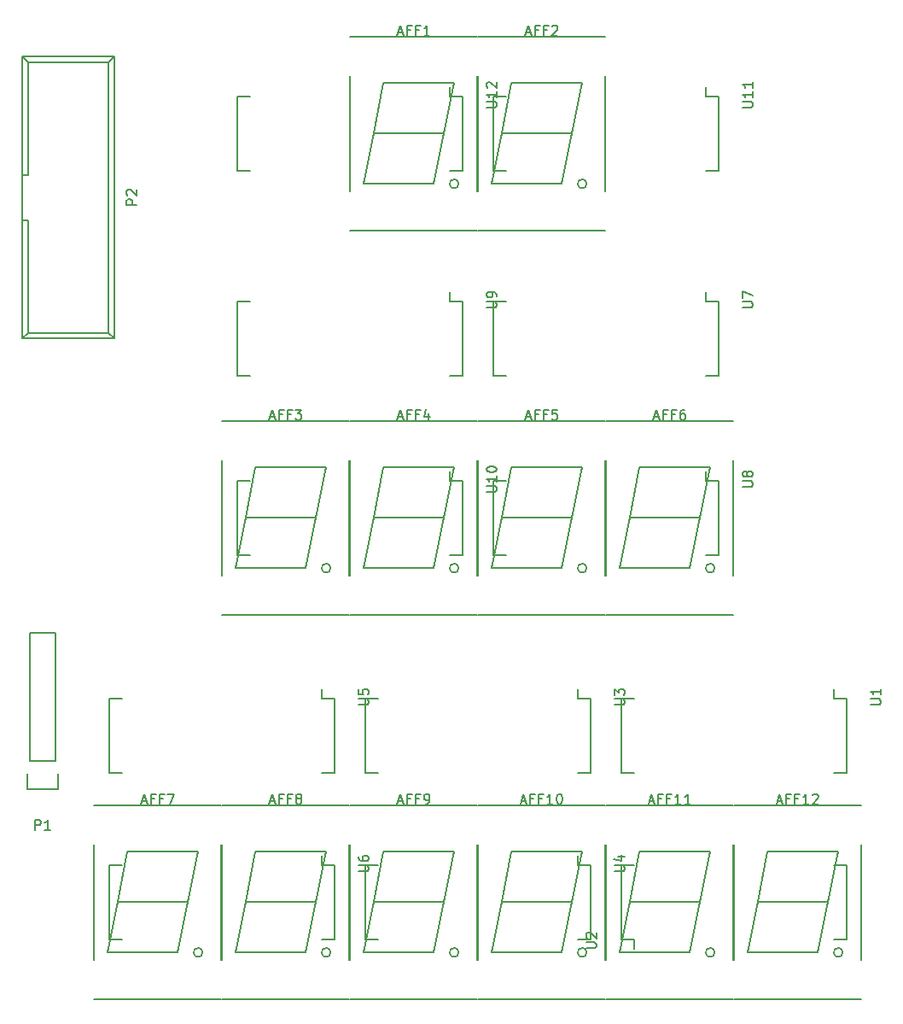
<source format=gbr>
G04 #@! TF.FileFunction,Legend,Top*
%FSLAX46Y46*%
G04 Gerber Fmt 4.6, Leading zero omitted, Abs format (unit mm)*
G04 Created by KiCad (PCBNEW 4.0.4-stable) date Mon May  7 18:28:06 2018*
%MOMM*%
%LPD*%
G01*
G04 APERTURE LIST*
%ADD10C,0.100000*%
%ADD11C,0.150000*%
G04 APERTURE END LIST*
D10*
D11*
X93347214Y-32940000D02*
G75*
G03X93347214Y-32940000I-447214J0D01*
G01*
X85900000Y-22940000D02*
X84900000Y-27940000D01*
X84900000Y-27940000D02*
X83900000Y-32940000D01*
X83900000Y-32940000D02*
X90900000Y-32940000D01*
X90900000Y-32940000D02*
X91900000Y-27940000D01*
X92900000Y-22940000D02*
X91900000Y-27940000D01*
X91900000Y-27940000D02*
X84900000Y-27940000D01*
X85900000Y-22940000D02*
X92900000Y-22940000D01*
X95200000Y-37540000D02*
X82600000Y-37540000D01*
X82600000Y-22240000D02*
X82600000Y-33640000D01*
X95200000Y-22240000D02*
X95200000Y-33640000D01*
X82600000Y-18340000D02*
X95200000Y-18340000D01*
X106047214Y-32940000D02*
G75*
G03X106047214Y-32940000I-447214J0D01*
G01*
X98600000Y-22940000D02*
X97600000Y-27940000D01*
X97600000Y-27940000D02*
X96600000Y-32940000D01*
X96600000Y-32940000D02*
X103600000Y-32940000D01*
X103600000Y-32940000D02*
X104600000Y-27940000D01*
X105600000Y-22940000D02*
X104600000Y-27940000D01*
X104600000Y-27940000D02*
X97600000Y-27940000D01*
X98600000Y-22940000D02*
X105600000Y-22940000D01*
X107900000Y-37540000D02*
X95300000Y-37540000D01*
X95300000Y-22240000D02*
X95300000Y-33640000D01*
X107900000Y-22240000D02*
X107900000Y-33640000D01*
X95300000Y-18340000D02*
X107900000Y-18340000D01*
X80647214Y-71040000D02*
G75*
G03X80647214Y-71040000I-447214J0D01*
G01*
X73200000Y-61040000D02*
X72200000Y-66040000D01*
X72200000Y-66040000D02*
X71200000Y-71040000D01*
X71200000Y-71040000D02*
X78200000Y-71040000D01*
X78200000Y-71040000D02*
X79200000Y-66040000D01*
X80200000Y-61040000D02*
X79200000Y-66040000D01*
X79200000Y-66040000D02*
X72200000Y-66040000D01*
X73200000Y-61040000D02*
X80200000Y-61040000D01*
X82500000Y-75640000D02*
X69900000Y-75640000D01*
X69900000Y-60340000D02*
X69900000Y-71740000D01*
X82500000Y-60340000D02*
X82500000Y-71740000D01*
X69900000Y-56440000D02*
X82500000Y-56440000D01*
X93347214Y-71040000D02*
G75*
G03X93347214Y-71040000I-447214J0D01*
G01*
X85900000Y-61040000D02*
X84900000Y-66040000D01*
X84900000Y-66040000D02*
X83900000Y-71040000D01*
X83900000Y-71040000D02*
X90900000Y-71040000D01*
X90900000Y-71040000D02*
X91900000Y-66040000D01*
X92900000Y-61040000D02*
X91900000Y-66040000D01*
X91900000Y-66040000D02*
X84900000Y-66040000D01*
X85900000Y-61040000D02*
X92900000Y-61040000D01*
X95200000Y-75640000D02*
X82600000Y-75640000D01*
X82600000Y-60340000D02*
X82600000Y-71740000D01*
X95200000Y-60340000D02*
X95200000Y-71740000D01*
X82600000Y-56440000D02*
X95200000Y-56440000D01*
X106047214Y-71040000D02*
G75*
G03X106047214Y-71040000I-447214J0D01*
G01*
X98600000Y-61040000D02*
X97600000Y-66040000D01*
X97600000Y-66040000D02*
X96600000Y-71040000D01*
X96600000Y-71040000D02*
X103600000Y-71040000D01*
X103600000Y-71040000D02*
X104600000Y-66040000D01*
X105600000Y-61040000D02*
X104600000Y-66040000D01*
X104600000Y-66040000D02*
X97600000Y-66040000D01*
X98600000Y-61040000D02*
X105600000Y-61040000D01*
X107900000Y-75640000D02*
X95300000Y-75640000D01*
X95300000Y-60340000D02*
X95300000Y-71740000D01*
X107900000Y-60340000D02*
X107900000Y-71740000D01*
X95300000Y-56440000D02*
X107900000Y-56440000D01*
X118747214Y-71040000D02*
G75*
G03X118747214Y-71040000I-447214J0D01*
G01*
X111300000Y-61040000D02*
X110300000Y-66040000D01*
X110300000Y-66040000D02*
X109300000Y-71040000D01*
X109300000Y-71040000D02*
X116300000Y-71040000D01*
X116300000Y-71040000D02*
X117300000Y-66040000D01*
X118300000Y-61040000D02*
X117300000Y-66040000D01*
X117300000Y-66040000D02*
X110300000Y-66040000D01*
X111300000Y-61040000D02*
X118300000Y-61040000D01*
X120600000Y-75640000D02*
X108000000Y-75640000D01*
X108000000Y-60340000D02*
X108000000Y-71740000D01*
X120600000Y-60340000D02*
X120600000Y-71740000D01*
X108000000Y-56440000D02*
X120600000Y-56440000D01*
X67947214Y-109140000D02*
G75*
G03X67947214Y-109140000I-447214J0D01*
G01*
X60500000Y-99140000D02*
X59500000Y-104140000D01*
X59500000Y-104140000D02*
X58500000Y-109140000D01*
X58500000Y-109140000D02*
X65500000Y-109140000D01*
X65500000Y-109140000D02*
X66500000Y-104140000D01*
X67500000Y-99140000D02*
X66500000Y-104140000D01*
X66500000Y-104140000D02*
X59500000Y-104140000D01*
X60500000Y-99140000D02*
X67500000Y-99140000D01*
X69800000Y-113740000D02*
X57200000Y-113740000D01*
X57200000Y-98440000D02*
X57200000Y-109840000D01*
X69800000Y-98440000D02*
X69800000Y-109840000D01*
X57200000Y-94540000D02*
X69800000Y-94540000D01*
X80647214Y-109140000D02*
G75*
G03X80647214Y-109140000I-447214J0D01*
G01*
X73200000Y-99140000D02*
X72200000Y-104140000D01*
X72200000Y-104140000D02*
X71200000Y-109140000D01*
X71200000Y-109140000D02*
X78200000Y-109140000D01*
X78200000Y-109140000D02*
X79200000Y-104140000D01*
X80200000Y-99140000D02*
X79200000Y-104140000D01*
X79200000Y-104140000D02*
X72200000Y-104140000D01*
X73200000Y-99140000D02*
X80200000Y-99140000D01*
X82500000Y-113740000D02*
X69900000Y-113740000D01*
X69900000Y-98440000D02*
X69900000Y-109840000D01*
X82500000Y-98440000D02*
X82500000Y-109840000D01*
X69900000Y-94540000D02*
X82500000Y-94540000D01*
X93347214Y-109140000D02*
G75*
G03X93347214Y-109140000I-447214J0D01*
G01*
X85900000Y-99140000D02*
X84900000Y-104140000D01*
X84900000Y-104140000D02*
X83900000Y-109140000D01*
X83900000Y-109140000D02*
X90900000Y-109140000D01*
X90900000Y-109140000D02*
X91900000Y-104140000D01*
X92900000Y-99140000D02*
X91900000Y-104140000D01*
X91900000Y-104140000D02*
X84900000Y-104140000D01*
X85900000Y-99140000D02*
X92900000Y-99140000D01*
X95200000Y-113740000D02*
X82600000Y-113740000D01*
X82600000Y-98440000D02*
X82600000Y-109840000D01*
X95200000Y-98440000D02*
X95200000Y-109840000D01*
X82600000Y-94540000D02*
X95200000Y-94540000D01*
X106047214Y-109140000D02*
G75*
G03X106047214Y-109140000I-447214J0D01*
G01*
X98600000Y-99140000D02*
X97600000Y-104140000D01*
X97600000Y-104140000D02*
X96600000Y-109140000D01*
X96600000Y-109140000D02*
X103600000Y-109140000D01*
X103600000Y-109140000D02*
X104600000Y-104140000D01*
X105600000Y-99140000D02*
X104600000Y-104140000D01*
X104600000Y-104140000D02*
X97600000Y-104140000D01*
X98600000Y-99140000D02*
X105600000Y-99140000D01*
X107900000Y-113740000D02*
X95300000Y-113740000D01*
X95300000Y-98440000D02*
X95300000Y-109840000D01*
X107900000Y-98440000D02*
X107900000Y-109840000D01*
X95300000Y-94540000D02*
X107900000Y-94540000D01*
X118747214Y-109140000D02*
G75*
G03X118747214Y-109140000I-447214J0D01*
G01*
X111300000Y-99140000D02*
X110300000Y-104140000D01*
X110300000Y-104140000D02*
X109300000Y-109140000D01*
X109300000Y-109140000D02*
X116300000Y-109140000D01*
X116300000Y-109140000D02*
X117300000Y-104140000D01*
X118300000Y-99140000D02*
X117300000Y-104140000D01*
X117300000Y-104140000D02*
X110300000Y-104140000D01*
X111300000Y-99140000D02*
X118300000Y-99140000D01*
X120600000Y-113740000D02*
X108000000Y-113740000D01*
X108000000Y-98440000D02*
X108000000Y-109840000D01*
X120600000Y-98440000D02*
X120600000Y-109840000D01*
X108000000Y-94540000D02*
X120600000Y-94540000D01*
X131447214Y-109140000D02*
G75*
G03X131447214Y-109140000I-447214J0D01*
G01*
X124000000Y-99140000D02*
X123000000Y-104140000D01*
X123000000Y-104140000D02*
X122000000Y-109140000D01*
X122000000Y-109140000D02*
X129000000Y-109140000D01*
X129000000Y-109140000D02*
X130000000Y-104140000D01*
X131000000Y-99140000D02*
X130000000Y-104140000D01*
X130000000Y-104140000D02*
X123000000Y-104140000D01*
X124000000Y-99140000D02*
X131000000Y-99140000D01*
X133300000Y-113740000D02*
X120700000Y-113740000D01*
X120700000Y-98440000D02*
X120700000Y-109840000D01*
X133300000Y-98440000D02*
X133300000Y-109840000D01*
X120700000Y-94540000D02*
X133300000Y-94540000D01*
X50800000Y-90170000D02*
X50800000Y-77470000D01*
X50800000Y-77470000D02*
X53340000Y-77470000D01*
X53340000Y-77470000D02*
X53340000Y-90170000D01*
X50520000Y-92990000D02*
X50520000Y-91440000D01*
X50800000Y-90170000D02*
X53340000Y-90170000D01*
X53620000Y-91440000D02*
X53620000Y-92990000D01*
X53620000Y-92990000D02*
X50520000Y-92990000D01*
X131835000Y-83955000D02*
X130565000Y-83955000D01*
X131835000Y-91305000D02*
X130565000Y-91305000D01*
X109465000Y-91305000D02*
X110735000Y-91305000D01*
X109465000Y-83955000D02*
X110735000Y-83955000D01*
X131835000Y-83955000D02*
X131835000Y-91305000D01*
X109465000Y-83955000D02*
X109465000Y-91305000D01*
X130565000Y-83955000D02*
X130565000Y-83020000D01*
X109465000Y-107815000D02*
X110735000Y-107815000D01*
X109465000Y-100465000D02*
X110735000Y-100465000D01*
X131835000Y-100465000D02*
X130565000Y-100465000D01*
X131835000Y-107815000D02*
X130565000Y-107815000D01*
X109465000Y-107815000D02*
X109465000Y-100465000D01*
X131835000Y-107815000D02*
X131835000Y-100465000D01*
X110735000Y-107815000D02*
X110735000Y-108750000D01*
X106435000Y-83955000D02*
X105165000Y-83955000D01*
X106435000Y-91305000D02*
X105165000Y-91305000D01*
X84065000Y-91305000D02*
X85335000Y-91305000D01*
X84065000Y-83955000D02*
X85335000Y-83955000D01*
X106435000Y-83955000D02*
X106435000Y-91305000D01*
X84065000Y-83955000D02*
X84065000Y-91305000D01*
X105165000Y-83955000D02*
X105165000Y-83020000D01*
X106435000Y-100465000D02*
X105165000Y-100465000D01*
X106435000Y-107815000D02*
X105165000Y-107815000D01*
X84065000Y-107815000D02*
X85335000Y-107815000D01*
X84065000Y-100465000D02*
X85335000Y-100465000D01*
X106435000Y-100465000D02*
X106435000Y-107815000D01*
X84065000Y-100465000D02*
X84065000Y-107815000D01*
X105165000Y-100465000D02*
X105165000Y-99530000D01*
X81035000Y-83955000D02*
X79765000Y-83955000D01*
X81035000Y-91305000D02*
X79765000Y-91305000D01*
X58665000Y-91305000D02*
X59935000Y-91305000D01*
X58665000Y-83955000D02*
X59935000Y-83955000D01*
X81035000Y-83955000D02*
X81035000Y-91305000D01*
X58665000Y-83955000D02*
X58665000Y-91305000D01*
X79765000Y-83955000D02*
X79765000Y-83020000D01*
X81035000Y-100465000D02*
X79765000Y-100465000D01*
X81035000Y-107815000D02*
X79765000Y-107815000D01*
X58665000Y-107815000D02*
X59935000Y-107815000D01*
X58665000Y-100465000D02*
X59935000Y-100465000D01*
X81035000Y-100465000D02*
X81035000Y-107815000D01*
X58665000Y-100465000D02*
X58665000Y-107815000D01*
X79765000Y-100465000D02*
X79765000Y-99530000D01*
X119135000Y-44585000D02*
X117865000Y-44585000D01*
X119135000Y-51935000D02*
X117865000Y-51935000D01*
X96765000Y-51935000D02*
X98035000Y-51935000D01*
X96765000Y-44585000D02*
X98035000Y-44585000D01*
X119135000Y-44585000D02*
X119135000Y-51935000D01*
X96765000Y-44585000D02*
X96765000Y-51935000D01*
X117865000Y-44585000D02*
X117865000Y-43650000D01*
X119135000Y-62365000D02*
X117865000Y-62365000D01*
X119135000Y-69715000D02*
X117865000Y-69715000D01*
X96765000Y-69715000D02*
X98035000Y-69715000D01*
X96765000Y-62365000D02*
X98035000Y-62365000D01*
X119135000Y-62365000D02*
X119135000Y-69715000D01*
X96765000Y-62365000D02*
X96765000Y-69715000D01*
X117865000Y-62365000D02*
X117865000Y-61430000D01*
X93735000Y-44585000D02*
X92465000Y-44585000D01*
X93735000Y-51935000D02*
X92465000Y-51935000D01*
X71365000Y-51935000D02*
X72635000Y-51935000D01*
X71365000Y-44585000D02*
X72635000Y-44585000D01*
X93735000Y-44585000D02*
X93735000Y-51935000D01*
X71365000Y-44585000D02*
X71365000Y-51935000D01*
X92465000Y-44585000D02*
X92465000Y-43650000D01*
X93735000Y-62365000D02*
X92465000Y-62365000D01*
X93735000Y-69715000D02*
X92465000Y-69715000D01*
X71365000Y-69715000D02*
X72635000Y-69715000D01*
X71365000Y-62365000D02*
X72635000Y-62365000D01*
X93735000Y-62365000D02*
X93735000Y-69715000D01*
X71365000Y-62365000D02*
X71365000Y-69715000D01*
X92465000Y-62365000D02*
X92465000Y-61430000D01*
X119135000Y-24265000D02*
X117865000Y-24265000D01*
X119135000Y-31615000D02*
X117865000Y-31615000D01*
X96765000Y-31615000D02*
X98035000Y-31615000D01*
X96765000Y-24265000D02*
X98035000Y-24265000D01*
X119135000Y-24265000D02*
X119135000Y-31615000D01*
X96765000Y-24265000D02*
X96765000Y-31615000D01*
X117865000Y-24265000D02*
X117865000Y-23330000D01*
X93735000Y-24265000D02*
X92465000Y-24265000D01*
X93735000Y-31615000D02*
X92465000Y-31615000D01*
X71365000Y-31615000D02*
X72635000Y-31615000D01*
X71365000Y-24265000D02*
X72635000Y-24265000D01*
X93735000Y-24265000D02*
X93735000Y-31615000D01*
X71365000Y-24265000D02*
X71365000Y-31615000D01*
X92465000Y-24265000D02*
X92465000Y-23330000D01*
X59160000Y-20320000D02*
X59160000Y-48260000D01*
X58610000Y-20860000D02*
X58610000Y-47700000D01*
X50060000Y-20320000D02*
X50060000Y-48260000D01*
X50610000Y-20860000D02*
X50610000Y-32040000D01*
X50610000Y-36540000D02*
X50610000Y-47700000D01*
X50610000Y-32040000D02*
X50060000Y-32040000D01*
X50610000Y-36540000D02*
X50060000Y-36540000D01*
X59160000Y-20320000D02*
X50060000Y-20320000D01*
X58610000Y-20860000D02*
X50610000Y-20860000D01*
X59160000Y-48260000D02*
X50060000Y-48260000D01*
X58610000Y-47700000D02*
X50610000Y-47700000D01*
X59160000Y-20320000D02*
X58610000Y-20860000D01*
X59160000Y-48260000D02*
X58610000Y-47700000D01*
X50060000Y-20320000D02*
X50610000Y-20860000D01*
X50060000Y-48260000D02*
X50610000Y-47700000D01*
X87328571Y-17946667D02*
X87804762Y-17946667D01*
X87233333Y-18232381D02*
X87566666Y-17232381D01*
X87900000Y-18232381D01*
X88566667Y-17708571D02*
X88233333Y-17708571D01*
X88233333Y-18232381D02*
X88233333Y-17232381D01*
X88709524Y-17232381D01*
X89423810Y-17708571D02*
X89090476Y-17708571D01*
X89090476Y-18232381D02*
X89090476Y-17232381D01*
X89566667Y-17232381D01*
X90471429Y-18232381D02*
X89900000Y-18232381D01*
X90185714Y-18232381D02*
X90185714Y-17232381D01*
X90090476Y-17375238D01*
X89995238Y-17470476D01*
X89900000Y-17518095D01*
X100028571Y-17946667D02*
X100504762Y-17946667D01*
X99933333Y-18232381D02*
X100266666Y-17232381D01*
X100600000Y-18232381D01*
X101266667Y-17708571D02*
X100933333Y-17708571D01*
X100933333Y-18232381D02*
X100933333Y-17232381D01*
X101409524Y-17232381D01*
X102123810Y-17708571D02*
X101790476Y-17708571D01*
X101790476Y-18232381D02*
X101790476Y-17232381D01*
X102266667Y-17232381D01*
X102600000Y-17327619D02*
X102647619Y-17280000D01*
X102742857Y-17232381D01*
X102980953Y-17232381D01*
X103076191Y-17280000D01*
X103123810Y-17327619D01*
X103171429Y-17422857D01*
X103171429Y-17518095D01*
X103123810Y-17660952D01*
X102552381Y-18232381D01*
X103171429Y-18232381D01*
X74628571Y-56046667D02*
X75104762Y-56046667D01*
X74533333Y-56332381D02*
X74866666Y-55332381D01*
X75200000Y-56332381D01*
X75866667Y-55808571D02*
X75533333Y-55808571D01*
X75533333Y-56332381D02*
X75533333Y-55332381D01*
X76009524Y-55332381D01*
X76723810Y-55808571D02*
X76390476Y-55808571D01*
X76390476Y-56332381D02*
X76390476Y-55332381D01*
X76866667Y-55332381D01*
X77152381Y-55332381D02*
X77771429Y-55332381D01*
X77438095Y-55713333D01*
X77580953Y-55713333D01*
X77676191Y-55760952D01*
X77723810Y-55808571D01*
X77771429Y-55903810D01*
X77771429Y-56141905D01*
X77723810Y-56237143D01*
X77676191Y-56284762D01*
X77580953Y-56332381D01*
X77295238Y-56332381D01*
X77200000Y-56284762D01*
X77152381Y-56237143D01*
X87328571Y-56046667D02*
X87804762Y-56046667D01*
X87233333Y-56332381D02*
X87566666Y-55332381D01*
X87900000Y-56332381D01*
X88566667Y-55808571D02*
X88233333Y-55808571D01*
X88233333Y-56332381D02*
X88233333Y-55332381D01*
X88709524Y-55332381D01*
X89423810Y-55808571D02*
X89090476Y-55808571D01*
X89090476Y-56332381D02*
X89090476Y-55332381D01*
X89566667Y-55332381D01*
X90376191Y-55665714D02*
X90376191Y-56332381D01*
X90138095Y-55284762D02*
X89900000Y-55999048D01*
X90519048Y-55999048D01*
X100028571Y-56046667D02*
X100504762Y-56046667D01*
X99933333Y-56332381D02*
X100266666Y-55332381D01*
X100600000Y-56332381D01*
X101266667Y-55808571D02*
X100933333Y-55808571D01*
X100933333Y-56332381D02*
X100933333Y-55332381D01*
X101409524Y-55332381D01*
X102123810Y-55808571D02*
X101790476Y-55808571D01*
X101790476Y-56332381D02*
X101790476Y-55332381D01*
X102266667Y-55332381D01*
X103123810Y-55332381D02*
X102647619Y-55332381D01*
X102600000Y-55808571D01*
X102647619Y-55760952D01*
X102742857Y-55713333D01*
X102980953Y-55713333D01*
X103076191Y-55760952D01*
X103123810Y-55808571D01*
X103171429Y-55903810D01*
X103171429Y-56141905D01*
X103123810Y-56237143D01*
X103076191Y-56284762D01*
X102980953Y-56332381D01*
X102742857Y-56332381D01*
X102647619Y-56284762D01*
X102600000Y-56237143D01*
X112728571Y-56046667D02*
X113204762Y-56046667D01*
X112633333Y-56332381D02*
X112966666Y-55332381D01*
X113300000Y-56332381D01*
X113966667Y-55808571D02*
X113633333Y-55808571D01*
X113633333Y-56332381D02*
X113633333Y-55332381D01*
X114109524Y-55332381D01*
X114823810Y-55808571D02*
X114490476Y-55808571D01*
X114490476Y-56332381D02*
X114490476Y-55332381D01*
X114966667Y-55332381D01*
X115776191Y-55332381D02*
X115585714Y-55332381D01*
X115490476Y-55380000D01*
X115442857Y-55427619D01*
X115347619Y-55570476D01*
X115300000Y-55760952D01*
X115300000Y-56141905D01*
X115347619Y-56237143D01*
X115395238Y-56284762D01*
X115490476Y-56332381D01*
X115680953Y-56332381D01*
X115776191Y-56284762D01*
X115823810Y-56237143D01*
X115871429Y-56141905D01*
X115871429Y-55903810D01*
X115823810Y-55808571D01*
X115776191Y-55760952D01*
X115680953Y-55713333D01*
X115490476Y-55713333D01*
X115395238Y-55760952D01*
X115347619Y-55808571D01*
X115300000Y-55903810D01*
X61928571Y-94146667D02*
X62404762Y-94146667D01*
X61833333Y-94432381D02*
X62166666Y-93432381D01*
X62500000Y-94432381D01*
X63166667Y-93908571D02*
X62833333Y-93908571D01*
X62833333Y-94432381D02*
X62833333Y-93432381D01*
X63309524Y-93432381D01*
X64023810Y-93908571D02*
X63690476Y-93908571D01*
X63690476Y-94432381D02*
X63690476Y-93432381D01*
X64166667Y-93432381D01*
X64452381Y-93432381D02*
X65119048Y-93432381D01*
X64690476Y-94432381D01*
X74628571Y-94146667D02*
X75104762Y-94146667D01*
X74533333Y-94432381D02*
X74866666Y-93432381D01*
X75200000Y-94432381D01*
X75866667Y-93908571D02*
X75533333Y-93908571D01*
X75533333Y-94432381D02*
X75533333Y-93432381D01*
X76009524Y-93432381D01*
X76723810Y-93908571D02*
X76390476Y-93908571D01*
X76390476Y-94432381D02*
X76390476Y-93432381D01*
X76866667Y-93432381D01*
X77390476Y-93860952D02*
X77295238Y-93813333D01*
X77247619Y-93765714D01*
X77200000Y-93670476D01*
X77200000Y-93622857D01*
X77247619Y-93527619D01*
X77295238Y-93480000D01*
X77390476Y-93432381D01*
X77580953Y-93432381D01*
X77676191Y-93480000D01*
X77723810Y-93527619D01*
X77771429Y-93622857D01*
X77771429Y-93670476D01*
X77723810Y-93765714D01*
X77676191Y-93813333D01*
X77580953Y-93860952D01*
X77390476Y-93860952D01*
X77295238Y-93908571D01*
X77247619Y-93956190D01*
X77200000Y-94051429D01*
X77200000Y-94241905D01*
X77247619Y-94337143D01*
X77295238Y-94384762D01*
X77390476Y-94432381D01*
X77580953Y-94432381D01*
X77676191Y-94384762D01*
X77723810Y-94337143D01*
X77771429Y-94241905D01*
X77771429Y-94051429D01*
X77723810Y-93956190D01*
X77676191Y-93908571D01*
X77580953Y-93860952D01*
X87328571Y-94146667D02*
X87804762Y-94146667D01*
X87233333Y-94432381D02*
X87566666Y-93432381D01*
X87900000Y-94432381D01*
X88566667Y-93908571D02*
X88233333Y-93908571D01*
X88233333Y-94432381D02*
X88233333Y-93432381D01*
X88709524Y-93432381D01*
X89423810Y-93908571D02*
X89090476Y-93908571D01*
X89090476Y-94432381D02*
X89090476Y-93432381D01*
X89566667Y-93432381D01*
X89995238Y-94432381D02*
X90185714Y-94432381D01*
X90280953Y-94384762D01*
X90328572Y-94337143D01*
X90423810Y-94194286D01*
X90471429Y-94003810D01*
X90471429Y-93622857D01*
X90423810Y-93527619D01*
X90376191Y-93480000D01*
X90280953Y-93432381D01*
X90090476Y-93432381D01*
X89995238Y-93480000D01*
X89947619Y-93527619D01*
X89900000Y-93622857D01*
X89900000Y-93860952D01*
X89947619Y-93956190D01*
X89995238Y-94003810D01*
X90090476Y-94051429D01*
X90280953Y-94051429D01*
X90376191Y-94003810D01*
X90423810Y-93956190D01*
X90471429Y-93860952D01*
X99552381Y-94146667D02*
X100028572Y-94146667D01*
X99457143Y-94432381D02*
X99790476Y-93432381D01*
X100123810Y-94432381D01*
X100790477Y-93908571D02*
X100457143Y-93908571D01*
X100457143Y-94432381D02*
X100457143Y-93432381D01*
X100933334Y-93432381D01*
X101647620Y-93908571D02*
X101314286Y-93908571D01*
X101314286Y-94432381D02*
X101314286Y-93432381D01*
X101790477Y-93432381D01*
X102695239Y-94432381D02*
X102123810Y-94432381D01*
X102409524Y-94432381D02*
X102409524Y-93432381D01*
X102314286Y-93575238D01*
X102219048Y-93670476D01*
X102123810Y-93718095D01*
X103314286Y-93432381D02*
X103409525Y-93432381D01*
X103504763Y-93480000D01*
X103552382Y-93527619D01*
X103600001Y-93622857D01*
X103647620Y-93813333D01*
X103647620Y-94051429D01*
X103600001Y-94241905D01*
X103552382Y-94337143D01*
X103504763Y-94384762D01*
X103409525Y-94432381D01*
X103314286Y-94432381D01*
X103219048Y-94384762D01*
X103171429Y-94337143D01*
X103123810Y-94241905D01*
X103076191Y-94051429D01*
X103076191Y-93813333D01*
X103123810Y-93622857D01*
X103171429Y-93527619D01*
X103219048Y-93480000D01*
X103314286Y-93432381D01*
X112252381Y-94146667D02*
X112728572Y-94146667D01*
X112157143Y-94432381D02*
X112490476Y-93432381D01*
X112823810Y-94432381D01*
X113490477Y-93908571D02*
X113157143Y-93908571D01*
X113157143Y-94432381D02*
X113157143Y-93432381D01*
X113633334Y-93432381D01*
X114347620Y-93908571D02*
X114014286Y-93908571D01*
X114014286Y-94432381D02*
X114014286Y-93432381D01*
X114490477Y-93432381D01*
X115395239Y-94432381D02*
X114823810Y-94432381D01*
X115109524Y-94432381D02*
X115109524Y-93432381D01*
X115014286Y-93575238D01*
X114919048Y-93670476D01*
X114823810Y-93718095D01*
X116347620Y-94432381D02*
X115776191Y-94432381D01*
X116061905Y-94432381D02*
X116061905Y-93432381D01*
X115966667Y-93575238D01*
X115871429Y-93670476D01*
X115776191Y-93718095D01*
X124952381Y-94146667D02*
X125428572Y-94146667D01*
X124857143Y-94432381D02*
X125190476Y-93432381D01*
X125523810Y-94432381D01*
X126190477Y-93908571D02*
X125857143Y-93908571D01*
X125857143Y-94432381D02*
X125857143Y-93432381D01*
X126333334Y-93432381D01*
X127047620Y-93908571D02*
X126714286Y-93908571D01*
X126714286Y-94432381D02*
X126714286Y-93432381D01*
X127190477Y-93432381D01*
X128095239Y-94432381D02*
X127523810Y-94432381D01*
X127809524Y-94432381D02*
X127809524Y-93432381D01*
X127714286Y-93575238D01*
X127619048Y-93670476D01*
X127523810Y-93718095D01*
X128476191Y-93527619D02*
X128523810Y-93480000D01*
X128619048Y-93432381D01*
X128857144Y-93432381D01*
X128952382Y-93480000D01*
X129000001Y-93527619D01*
X129047620Y-93622857D01*
X129047620Y-93718095D01*
X129000001Y-93860952D01*
X128428572Y-94432381D01*
X129047620Y-94432381D01*
X51331905Y-96992381D02*
X51331905Y-95992381D01*
X51712858Y-95992381D01*
X51808096Y-96040000D01*
X51855715Y-96087619D01*
X51903334Y-96182857D01*
X51903334Y-96325714D01*
X51855715Y-96420952D01*
X51808096Y-96468571D01*
X51712858Y-96516190D01*
X51331905Y-96516190D01*
X52855715Y-96992381D02*
X52284286Y-96992381D01*
X52570000Y-96992381D02*
X52570000Y-95992381D01*
X52474762Y-96135238D01*
X52379524Y-96230476D01*
X52284286Y-96278095D01*
X134212381Y-84581905D02*
X135021905Y-84581905D01*
X135117143Y-84534286D01*
X135164762Y-84486667D01*
X135212381Y-84391429D01*
X135212381Y-84200952D01*
X135164762Y-84105714D01*
X135117143Y-84058095D01*
X135021905Y-84010476D01*
X134212381Y-84010476D01*
X135212381Y-83010476D02*
X135212381Y-83581905D01*
X135212381Y-83296191D02*
X134212381Y-83296191D01*
X134355238Y-83391429D01*
X134450476Y-83486667D01*
X134498095Y-83581905D01*
X105992381Y-108711905D02*
X106801905Y-108711905D01*
X106897143Y-108664286D01*
X106944762Y-108616667D01*
X106992381Y-108521429D01*
X106992381Y-108330952D01*
X106944762Y-108235714D01*
X106897143Y-108188095D01*
X106801905Y-108140476D01*
X105992381Y-108140476D01*
X106087619Y-107711905D02*
X106040000Y-107664286D01*
X105992381Y-107569048D01*
X105992381Y-107330952D01*
X106040000Y-107235714D01*
X106087619Y-107188095D01*
X106182857Y-107140476D01*
X106278095Y-107140476D01*
X106420952Y-107188095D01*
X106992381Y-107759524D01*
X106992381Y-107140476D01*
X108812381Y-84581905D02*
X109621905Y-84581905D01*
X109717143Y-84534286D01*
X109764762Y-84486667D01*
X109812381Y-84391429D01*
X109812381Y-84200952D01*
X109764762Y-84105714D01*
X109717143Y-84058095D01*
X109621905Y-84010476D01*
X108812381Y-84010476D01*
X108812381Y-83629524D02*
X108812381Y-83010476D01*
X109193333Y-83343810D01*
X109193333Y-83200952D01*
X109240952Y-83105714D01*
X109288571Y-83058095D01*
X109383810Y-83010476D01*
X109621905Y-83010476D01*
X109717143Y-83058095D01*
X109764762Y-83105714D01*
X109812381Y-83200952D01*
X109812381Y-83486667D01*
X109764762Y-83581905D01*
X109717143Y-83629524D01*
X108812381Y-101091905D02*
X109621905Y-101091905D01*
X109717143Y-101044286D01*
X109764762Y-100996667D01*
X109812381Y-100901429D01*
X109812381Y-100710952D01*
X109764762Y-100615714D01*
X109717143Y-100568095D01*
X109621905Y-100520476D01*
X108812381Y-100520476D01*
X109145714Y-99615714D02*
X109812381Y-99615714D01*
X108764762Y-99853810D02*
X109479048Y-100091905D01*
X109479048Y-99472857D01*
X83412381Y-84581905D02*
X84221905Y-84581905D01*
X84317143Y-84534286D01*
X84364762Y-84486667D01*
X84412381Y-84391429D01*
X84412381Y-84200952D01*
X84364762Y-84105714D01*
X84317143Y-84058095D01*
X84221905Y-84010476D01*
X83412381Y-84010476D01*
X83412381Y-83058095D02*
X83412381Y-83534286D01*
X83888571Y-83581905D01*
X83840952Y-83534286D01*
X83793333Y-83439048D01*
X83793333Y-83200952D01*
X83840952Y-83105714D01*
X83888571Y-83058095D01*
X83983810Y-83010476D01*
X84221905Y-83010476D01*
X84317143Y-83058095D01*
X84364762Y-83105714D01*
X84412381Y-83200952D01*
X84412381Y-83439048D01*
X84364762Y-83534286D01*
X84317143Y-83581905D01*
X83412381Y-101091905D02*
X84221905Y-101091905D01*
X84317143Y-101044286D01*
X84364762Y-100996667D01*
X84412381Y-100901429D01*
X84412381Y-100710952D01*
X84364762Y-100615714D01*
X84317143Y-100568095D01*
X84221905Y-100520476D01*
X83412381Y-100520476D01*
X83412381Y-99615714D02*
X83412381Y-99806191D01*
X83460000Y-99901429D01*
X83507619Y-99949048D01*
X83650476Y-100044286D01*
X83840952Y-100091905D01*
X84221905Y-100091905D01*
X84317143Y-100044286D01*
X84364762Y-99996667D01*
X84412381Y-99901429D01*
X84412381Y-99710952D01*
X84364762Y-99615714D01*
X84317143Y-99568095D01*
X84221905Y-99520476D01*
X83983810Y-99520476D01*
X83888571Y-99568095D01*
X83840952Y-99615714D01*
X83793333Y-99710952D01*
X83793333Y-99901429D01*
X83840952Y-99996667D01*
X83888571Y-100044286D01*
X83983810Y-100091905D01*
X121512381Y-45211905D02*
X122321905Y-45211905D01*
X122417143Y-45164286D01*
X122464762Y-45116667D01*
X122512381Y-45021429D01*
X122512381Y-44830952D01*
X122464762Y-44735714D01*
X122417143Y-44688095D01*
X122321905Y-44640476D01*
X121512381Y-44640476D01*
X121512381Y-44259524D02*
X121512381Y-43592857D01*
X122512381Y-44021429D01*
X121512381Y-62991905D02*
X122321905Y-62991905D01*
X122417143Y-62944286D01*
X122464762Y-62896667D01*
X122512381Y-62801429D01*
X122512381Y-62610952D01*
X122464762Y-62515714D01*
X122417143Y-62468095D01*
X122321905Y-62420476D01*
X121512381Y-62420476D01*
X121940952Y-61801429D02*
X121893333Y-61896667D01*
X121845714Y-61944286D01*
X121750476Y-61991905D01*
X121702857Y-61991905D01*
X121607619Y-61944286D01*
X121560000Y-61896667D01*
X121512381Y-61801429D01*
X121512381Y-61610952D01*
X121560000Y-61515714D01*
X121607619Y-61468095D01*
X121702857Y-61420476D01*
X121750476Y-61420476D01*
X121845714Y-61468095D01*
X121893333Y-61515714D01*
X121940952Y-61610952D01*
X121940952Y-61801429D01*
X121988571Y-61896667D01*
X122036190Y-61944286D01*
X122131429Y-61991905D01*
X122321905Y-61991905D01*
X122417143Y-61944286D01*
X122464762Y-61896667D01*
X122512381Y-61801429D01*
X122512381Y-61610952D01*
X122464762Y-61515714D01*
X122417143Y-61468095D01*
X122321905Y-61420476D01*
X122131429Y-61420476D01*
X122036190Y-61468095D01*
X121988571Y-61515714D01*
X121940952Y-61610952D01*
X96112381Y-45211905D02*
X96921905Y-45211905D01*
X97017143Y-45164286D01*
X97064762Y-45116667D01*
X97112381Y-45021429D01*
X97112381Y-44830952D01*
X97064762Y-44735714D01*
X97017143Y-44688095D01*
X96921905Y-44640476D01*
X96112381Y-44640476D01*
X97112381Y-44116667D02*
X97112381Y-43926191D01*
X97064762Y-43830952D01*
X97017143Y-43783333D01*
X96874286Y-43688095D01*
X96683810Y-43640476D01*
X96302857Y-43640476D01*
X96207619Y-43688095D01*
X96160000Y-43735714D01*
X96112381Y-43830952D01*
X96112381Y-44021429D01*
X96160000Y-44116667D01*
X96207619Y-44164286D01*
X96302857Y-44211905D01*
X96540952Y-44211905D01*
X96636190Y-44164286D01*
X96683810Y-44116667D01*
X96731429Y-44021429D01*
X96731429Y-43830952D01*
X96683810Y-43735714D01*
X96636190Y-43688095D01*
X96540952Y-43640476D01*
X96112381Y-63468095D02*
X96921905Y-63468095D01*
X97017143Y-63420476D01*
X97064762Y-63372857D01*
X97112381Y-63277619D01*
X97112381Y-63087142D01*
X97064762Y-62991904D01*
X97017143Y-62944285D01*
X96921905Y-62896666D01*
X96112381Y-62896666D01*
X97112381Y-61896666D02*
X97112381Y-62468095D01*
X97112381Y-62182381D02*
X96112381Y-62182381D01*
X96255238Y-62277619D01*
X96350476Y-62372857D01*
X96398095Y-62468095D01*
X96112381Y-61277619D02*
X96112381Y-61182380D01*
X96160000Y-61087142D01*
X96207619Y-61039523D01*
X96302857Y-60991904D01*
X96493333Y-60944285D01*
X96731429Y-60944285D01*
X96921905Y-60991904D01*
X97017143Y-61039523D01*
X97064762Y-61087142D01*
X97112381Y-61182380D01*
X97112381Y-61277619D01*
X97064762Y-61372857D01*
X97017143Y-61420476D01*
X96921905Y-61468095D01*
X96731429Y-61515714D01*
X96493333Y-61515714D01*
X96302857Y-61468095D01*
X96207619Y-61420476D01*
X96160000Y-61372857D01*
X96112381Y-61277619D01*
X121512381Y-25368095D02*
X122321905Y-25368095D01*
X122417143Y-25320476D01*
X122464762Y-25272857D01*
X122512381Y-25177619D01*
X122512381Y-24987142D01*
X122464762Y-24891904D01*
X122417143Y-24844285D01*
X122321905Y-24796666D01*
X121512381Y-24796666D01*
X122512381Y-23796666D02*
X122512381Y-24368095D01*
X122512381Y-24082381D02*
X121512381Y-24082381D01*
X121655238Y-24177619D01*
X121750476Y-24272857D01*
X121798095Y-24368095D01*
X122512381Y-22844285D02*
X122512381Y-23415714D01*
X122512381Y-23130000D02*
X121512381Y-23130000D01*
X121655238Y-23225238D01*
X121750476Y-23320476D01*
X121798095Y-23415714D01*
X96112381Y-25368095D02*
X96921905Y-25368095D01*
X97017143Y-25320476D01*
X97064762Y-25272857D01*
X97112381Y-25177619D01*
X97112381Y-24987142D01*
X97064762Y-24891904D01*
X97017143Y-24844285D01*
X96921905Y-24796666D01*
X96112381Y-24796666D01*
X97112381Y-23796666D02*
X97112381Y-24368095D01*
X97112381Y-24082381D02*
X96112381Y-24082381D01*
X96255238Y-24177619D01*
X96350476Y-24272857D01*
X96398095Y-24368095D01*
X96207619Y-23415714D02*
X96160000Y-23368095D01*
X96112381Y-23272857D01*
X96112381Y-23034761D01*
X96160000Y-22939523D01*
X96207619Y-22891904D01*
X96302857Y-22844285D01*
X96398095Y-22844285D01*
X96540952Y-22891904D01*
X97112381Y-23463333D01*
X97112381Y-22844285D01*
X61412381Y-35028095D02*
X60412381Y-35028095D01*
X60412381Y-34647142D01*
X60460000Y-34551904D01*
X60507619Y-34504285D01*
X60602857Y-34456666D01*
X60745714Y-34456666D01*
X60840952Y-34504285D01*
X60888571Y-34551904D01*
X60936190Y-34647142D01*
X60936190Y-35028095D01*
X60507619Y-34075714D02*
X60460000Y-34028095D01*
X60412381Y-33932857D01*
X60412381Y-33694761D01*
X60460000Y-33599523D01*
X60507619Y-33551904D01*
X60602857Y-33504285D01*
X60698095Y-33504285D01*
X60840952Y-33551904D01*
X61412381Y-34123333D01*
X61412381Y-33504285D01*
M02*

</source>
